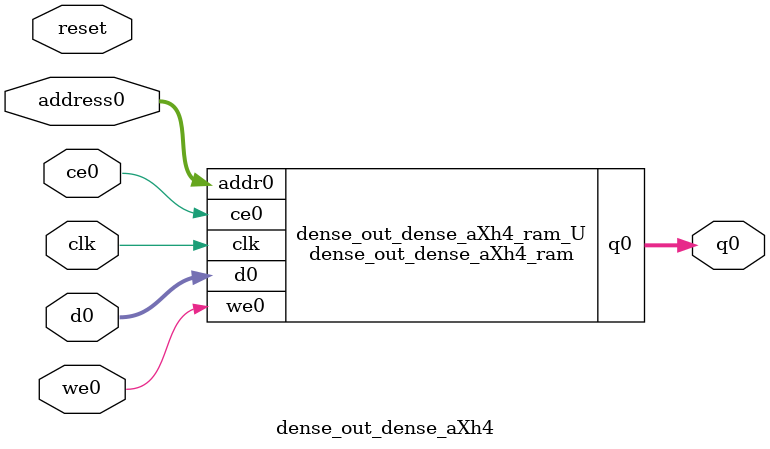
<source format=v>
`timescale 1 ns / 1 ps
module dense_out_dense_aXh4_ram (addr0, ce0, d0, we0, q0,  clk);

parameter DWIDTH = 14;
parameter AWIDTH = 4;
parameter MEM_SIZE = 10;

input[AWIDTH-1:0] addr0;
input ce0;
input[DWIDTH-1:0] d0;
input we0;
output reg[DWIDTH-1:0] q0;
input clk;

(* ram_style = "distributed" *)reg [DWIDTH-1:0] ram[0:MEM_SIZE-1];




always @(posedge clk)  
begin 
    if (ce0) 
    begin
        if (we0) 
        begin 
            ram[addr0] <= d0; 
        end 
        q0 <= ram[addr0];
    end
end


endmodule

`timescale 1 ns / 1 ps
module dense_out_dense_aXh4(
    reset,
    clk,
    address0,
    ce0,
    we0,
    d0,
    q0);

parameter DataWidth = 32'd14;
parameter AddressRange = 32'd10;
parameter AddressWidth = 32'd4;
input reset;
input clk;
input[AddressWidth - 1:0] address0;
input ce0;
input we0;
input[DataWidth - 1:0] d0;
output[DataWidth - 1:0] q0;



dense_out_dense_aXh4_ram dense_out_dense_aXh4_ram_U(
    .clk( clk ),
    .addr0( address0 ),
    .ce0( ce0 ),
    .we0( we0 ),
    .d0( d0 ),
    .q0( q0 ));

endmodule


</source>
